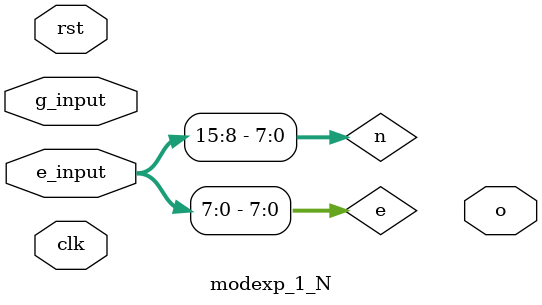
<source format=v>
module modexp_1_N
#(
	parameter N 	= 8, //number of bits
	parameter CC	= N  //1 to N cc
)
(
  clk,
  rst,
  g_input,
  e_input,
  o   // o = g_input^e mode n 
);

  input     clk;
  input     rst;
  input   [N-1:0]   g_input;
  input   [2*N-1:0] e_input;
  output [N-1:0]    o;

  wire  [N-1:0] e;
  wire  [N-1:0] n;

  assign e = e_input[N-1:0];
  assign n = e_input[2*N-1:N];


	reg 	init;
	reg 	first_one;
	reg 	[N-1:0]	ereg; 
	reg	 	[N-1:0]	creg; 

	wire 	[N-1:0] ein;
	
	wire 	[N-1:0] cin		[N/CC-1:0];
	wire 	[N-1:0] cout1	[N/CC-1:0];
	wire 	[N-1:0] cout2	[N/CC-1:0];


	wire keep_1	[N/CC-1:0];
	wire keep_2	[N/CC-1:0];
	
	genvar i;
	
	assign cin[0] = creg;
	assign ein = (init)?ereg:e;
	
	assign c = (ein[N-N/CC])?cout2[N/CC-1]:cout1[N/CC-1];
	
	generate 
	for(i=0;i<N/CC;i=i+1)
	begin:ASSKEEP1
		if(i > 0)
			assign keep_1[i] = (first_one | (|ein[N-1:N-i]));
		else
			assign keep_1[i] = first_one;
	end
	endgenerate
	
	generate 
	for(i=0;i<N/CC;i=i+1)
	begin:ASSKEEP2
		if(i > 0)
			assign keep_2[i] = (first_one | (|ein[N-1:N-i])) & ein[N-1-i];
		else
			assign keep_2[i] = first_one & ein[N-1-i];
	end
	endgenerate


	generate 
	if(CC>1)
	begin
		always@(posedge clk or posedge rst)
		begin
			if(rst)
			begin
				init <= 0;
				creg <= 0;
				ereg  <= 0;
				first_one <= 0;
			end
			else
			begin
				init <= 1;
				
				
				if(|ein[N-1:N-N/CC])
					first_one <= 1;
		
				if(keep_2[N/CC-1])
				begin
					creg <= cout2[N/CC-1];		
				end
				else if(keep_1[N/CC-1])
				begin
					creg <= cout1[N/CC-1];
				end
				else
				begin
					creg <= m;
				end
			
				ereg <= {ein[N-N/CC:0], {N/CC{1'b0}}};
			end
		end
	end
	else
	begin
		always@(*)
		begin
			init <= 1;
			creg <= m;
			ereg  <= e;	
			first_one <= 0;
		end
	end
	endgenerate

	
	generate 
	for(i=1;i<N/CC;i=i+1)
	begin:ASSCIN
		assign cin[i] = (keep_2[i-1])?cout2[i-1]:(keep_1[i-1])?cout1[i-1]:m;
	end
	endgenerate
	
	generate 
	for(i=0;i<N/CC;i=i+1)
	begin:MODMULT1
		modmult
		#(
			.N(N),
			.CC(1)
		)
		modmult_1
		(
			.clk(clk),
			.rst(rst),
			.start(1'b1),
			.x(cin[i]),
			.y(cin[i]),
			.n(n),
			.o(cout1[i])
		);
	end
	endgenerate

	generate 
	for(i=0;i<N/CC;i=i+1)
	begin:MODMULT2
		modmult
		#(
			.N(N),
			.CC(1)
		)
		modmult_2
		(
			.clk(clk),
			.rst(rst),
			.x(cout1[i]),
			.start(1'b1),
			.y(m),
			.n(n),
			.o(cout2[i])
		);
	end
	endgenerate
endmodule

</source>
